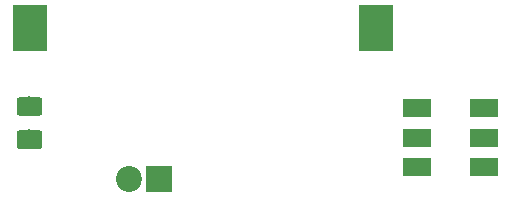
<source format=gbr>
G04 #@! TF.GenerationSoftware,KiCad,Pcbnew,(5.1.2)-1*
G04 #@! TF.CreationDate,2019-06-19T12:48:08+08:00*
G04 #@! TF.ProjectId,docker_take2,646f636b-6572-45f7-9461-6b65322e6b69,rev?*
G04 #@! TF.SameCoordinates,Original*
G04 #@! TF.FileFunction,Soldermask,Bot*
G04 #@! TF.FilePolarity,Negative*
%FSLAX46Y46*%
G04 Gerber Fmt 4.6, Leading zero omitted, Abs format (unit mm)*
G04 Created by KiCad (PCBNEW (5.1.2)-1) date 2019-06-19 12:48:08*
%MOMM*%
%LPD*%
G04 APERTURE LIST*
%ADD10R,2.348180X1.499820*%
%ADD11R,3.000000X4.000000*%
%ADD12R,2.200000X2.200000*%
%ADD13C,2.200000*%
%ADD14C,0.100000*%
%ADD15C,1.650000*%
G04 APERTURE END LIST*
D10*
X163703000Y-86042500D03*
X169351960Y-86042500D03*
X163703000Y-83543140D03*
X163703000Y-88541860D03*
X169351960Y-83543140D03*
X169351960Y-88541860D03*
D11*
X130942800Y-76758800D03*
X160242800Y-76758800D03*
D12*
X141884400Y-89560400D03*
D13*
X139344400Y-89560400D03*
D14*
G36*
X131688946Y-85361789D02*
G01*
X131720980Y-85366541D01*
X131752394Y-85374410D01*
X131782886Y-85385320D01*
X131812161Y-85399166D01*
X131839938Y-85415815D01*
X131865950Y-85435107D01*
X131889945Y-85456855D01*
X131911693Y-85480850D01*
X131930985Y-85506862D01*
X131947634Y-85534639D01*
X131961480Y-85563914D01*
X131972390Y-85594406D01*
X131980259Y-85625820D01*
X131985011Y-85657854D01*
X131986600Y-85690200D01*
X131986600Y-86680200D01*
X131985011Y-86712546D01*
X131980259Y-86744580D01*
X131972390Y-86775994D01*
X131961480Y-86806486D01*
X131947634Y-86835761D01*
X131930985Y-86863538D01*
X131911693Y-86889550D01*
X131889945Y-86913545D01*
X131865950Y-86935293D01*
X131839938Y-86954585D01*
X131812161Y-86971234D01*
X131782886Y-86985080D01*
X131752394Y-86995990D01*
X131720980Y-87003859D01*
X131688946Y-87008611D01*
X131656600Y-87010200D01*
X130166600Y-87010200D01*
X130134254Y-87008611D01*
X130102220Y-87003859D01*
X130070806Y-86995990D01*
X130040314Y-86985080D01*
X130011039Y-86971234D01*
X129983262Y-86954585D01*
X129957250Y-86935293D01*
X129933255Y-86913545D01*
X129911507Y-86889550D01*
X129892215Y-86863538D01*
X129875566Y-86835761D01*
X129861720Y-86806486D01*
X129850810Y-86775994D01*
X129842941Y-86744580D01*
X129838189Y-86712546D01*
X129836600Y-86680200D01*
X129836600Y-85690200D01*
X129838189Y-85657854D01*
X129842941Y-85625820D01*
X129850810Y-85594406D01*
X129861720Y-85563914D01*
X129875566Y-85534639D01*
X129892215Y-85506862D01*
X129911507Y-85480850D01*
X129933255Y-85456855D01*
X129957250Y-85435107D01*
X129983262Y-85415815D01*
X130011039Y-85399166D01*
X130040314Y-85385320D01*
X130070806Y-85374410D01*
X130102220Y-85366541D01*
X130134254Y-85361789D01*
X130166600Y-85360200D01*
X131656600Y-85360200D01*
X131688946Y-85361789D01*
X131688946Y-85361789D01*
G37*
D15*
X130911600Y-86185200D03*
D14*
G36*
X131688946Y-82561789D02*
G01*
X131720980Y-82566541D01*
X131752394Y-82574410D01*
X131782886Y-82585320D01*
X131812161Y-82599166D01*
X131839938Y-82615815D01*
X131865950Y-82635107D01*
X131889945Y-82656855D01*
X131911693Y-82680850D01*
X131930985Y-82706862D01*
X131947634Y-82734639D01*
X131961480Y-82763914D01*
X131972390Y-82794406D01*
X131980259Y-82825820D01*
X131985011Y-82857854D01*
X131986600Y-82890200D01*
X131986600Y-83880200D01*
X131985011Y-83912546D01*
X131980259Y-83944580D01*
X131972390Y-83975994D01*
X131961480Y-84006486D01*
X131947634Y-84035761D01*
X131930985Y-84063538D01*
X131911693Y-84089550D01*
X131889945Y-84113545D01*
X131865950Y-84135293D01*
X131839938Y-84154585D01*
X131812161Y-84171234D01*
X131782886Y-84185080D01*
X131752394Y-84195990D01*
X131720980Y-84203859D01*
X131688946Y-84208611D01*
X131656600Y-84210200D01*
X130166600Y-84210200D01*
X130134254Y-84208611D01*
X130102220Y-84203859D01*
X130070806Y-84195990D01*
X130040314Y-84185080D01*
X130011039Y-84171234D01*
X129983262Y-84154585D01*
X129957250Y-84135293D01*
X129933255Y-84113545D01*
X129911507Y-84089550D01*
X129892215Y-84063538D01*
X129875566Y-84035761D01*
X129861720Y-84006486D01*
X129850810Y-83975994D01*
X129842941Y-83944580D01*
X129838189Y-83912546D01*
X129836600Y-83880200D01*
X129836600Y-82890200D01*
X129838189Y-82857854D01*
X129842941Y-82825820D01*
X129850810Y-82794406D01*
X129861720Y-82763914D01*
X129875566Y-82734639D01*
X129892215Y-82706862D01*
X129911507Y-82680850D01*
X129933255Y-82656855D01*
X129957250Y-82635107D01*
X129983262Y-82615815D01*
X130011039Y-82599166D01*
X130040314Y-82585320D01*
X130070806Y-82574410D01*
X130102220Y-82566541D01*
X130134254Y-82561789D01*
X130166600Y-82560200D01*
X131656600Y-82560200D01*
X131688946Y-82561789D01*
X131688946Y-82561789D01*
G37*
D15*
X130911600Y-83385200D03*
M02*

</source>
